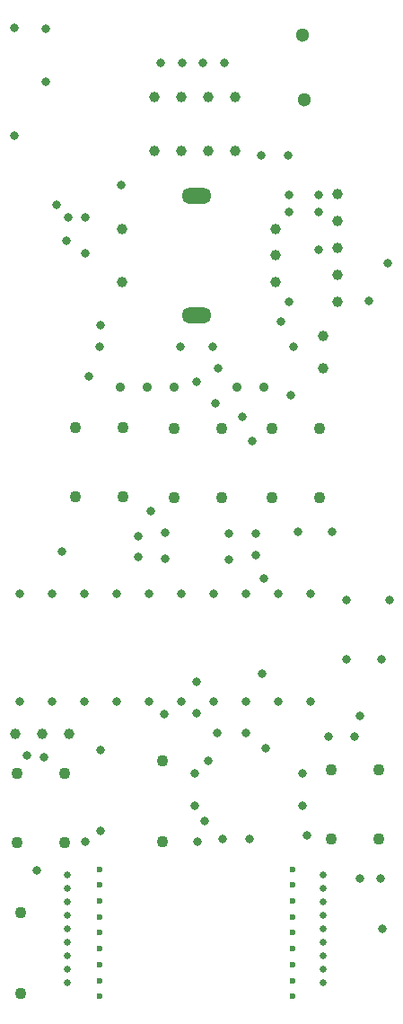
<source format=gbr>
%TF.GenerationSoftware,KiCad,Pcbnew,7.0.1*%
%TF.CreationDate,2023-11-23T23:45:04+01:00*%
%TF.ProjectId,Spotify_controller,53706f74-6966-4795-9f63-6f6e74726f6c,rev?*%
%TF.SameCoordinates,Original*%
%TF.FileFunction,Plated,1,2,PTH,Mixed*%
%TF.FilePolarity,Positive*%
%FSLAX46Y46*%
G04 Gerber Fmt 4.6, Leading zero omitted, Abs format (unit mm)*
G04 Created by KiCad (PCBNEW 7.0.1) date 2023-11-23 23:45:04*
%MOMM*%
%LPD*%
G01*
G04 APERTURE LIST*
%TA.AperFunction,ComponentDrill*%
%ADD10C,0.600000*%
%TD*%
%TA.AperFunction,ComponentDrill*%
%ADD11C,0.650000*%
%TD*%
%TA.AperFunction,ViaDrill*%
%ADD12C,0.800000*%
%TD*%
%TA.AperFunction,ComponentDrill*%
%ADD13C,0.800000*%
%TD*%
%TA.AperFunction,ComponentDrill*%
%ADD14C,0.900000*%
%TD*%
%TA.AperFunction,ComponentDrill*%
%ADD15C,1.000000*%
%TD*%
%TA.AperFunction,ComponentDrill*%
%ADD16C,1.100000*%
%TD*%
%TA.AperFunction,ComponentDrill*%
%ADD17C,1.300000*%
%TD*%
G04 aperture for slot hole*
%TA.AperFunction,ComponentDrill*%
%ADD18O,2.800000X1.500000*%
%TD*%
G04 APERTURE END LIST*
D10*
%TO.C,U1*%
X38100000Y-123158000D03*
X38100000Y-124628000D03*
X38100000Y-126128000D03*
X38100000Y-127628000D03*
X38100000Y-129128000D03*
X38100000Y-130628000D03*
X38100000Y-132128000D03*
X38100000Y-133628000D03*
X38100000Y-135128000D03*
X56300000Y-123128000D03*
X56300000Y-124628000D03*
X56300000Y-126128000D03*
X56300000Y-127628000D03*
X56300000Y-129128000D03*
X56300000Y-130628000D03*
X56300000Y-132138000D03*
X56300000Y-133628000D03*
X56300000Y-135128000D03*
D11*
%TO.C,J6*%
X35102800Y-123708000D03*
X35102800Y-124978000D03*
X35102800Y-126248000D03*
X35102800Y-127518000D03*
X35102800Y-128788000D03*
X35102800Y-130058000D03*
X35102800Y-131328000D03*
X35102800Y-132598000D03*
X35102800Y-133868000D03*
%TO.C,J7*%
X59232800Y-123698000D03*
X59232800Y-124968000D03*
X59232800Y-126238000D03*
X59232800Y-127508000D03*
X59232800Y-128778000D03*
X59232800Y-130048000D03*
X59232800Y-131318000D03*
X59232800Y-132588000D03*
X59232800Y-133858000D03*
%TD*%
D12*
X31281704Y-112451941D03*
X32156500Y-123288365D03*
X32878119Y-112551262D03*
X34016436Y-60536347D03*
X34544000Y-93218000D03*
X35018500Y-63872000D03*
X35153338Y-61661452D03*
X36748500Y-65125600D03*
X36752241Y-61705251D03*
X36753800Y-120499100D03*
X37076645Y-76701176D03*
X38167000Y-71882000D03*
X40182800Y-58623200D03*
X42926000Y-89408000D03*
X44246800Y-108534200D03*
X47244000Y-77216000D03*
X47244000Y-105511600D03*
X47252214Y-108466215D03*
X47362900Y-120514900D03*
X48040268Y-118603602D03*
X48344131Y-112911100D03*
X49047400Y-79197200D03*
X49199800Y-110286900D03*
X49276000Y-75946000D03*
X51562000Y-80518000D03*
X51917600Y-110286900D03*
X52549615Y-82804000D03*
X53410691Y-104718691D03*
X53594000Y-95707200D03*
X53746400Y-111760000D03*
X55229536Y-71485536D03*
X55958500Y-59614497D03*
X55958500Y-61214000D03*
X55958500Y-69664524D03*
X56170500Y-78486000D03*
X56812026Y-91302211D03*
X57658000Y-119913400D03*
X58757500Y-59614497D03*
X58757500Y-61214000D03*
X58757500Y-64770000D03*
X60060211Y-91302211D03*
X61441000Y-97790000D03*
X61441000Y-103378000D03*
X62687200Y-108661200D03*
X63500000Y-69596000D03*
X64740500Y-103378000D03*
X64820800Y-128778000D03*
X65278000Y-66040000D03*
X65430400Y-97790000D03*
D13*
%TO.C,R8*%
X30070000Y-43859999D03*
X30070000Y-54019999D03*
%TO.C,R16*%
X30581600Y-97180400D03*
X30581600Y-107340400D03*
%TO.C,C11*%
X33070800Y-43950000D03*
X33070800Y-48950000D03*
%TO.C,R15*%
X33629600Y-97180400D03*
X33629600Y-107340400D03*
%TO.C,R9*%
X36677600Y-97180400D03*
X36677600Y-107340400D03*
%TO.C,D3*%
X38100000Y-73914000D03*
%TO.C,SW7*%
X38227000Y-111912400D03*
X38227000Y-119532400D03*
%TO.C,R10*%
X39725600Y-97180400D03*
X39725600Y-107340400D03*
%TO.C,C1*%
X41734001Y-91739998D03*
X41734001Y-93739998D03*
%TO.C,R11*%
X42773600Y-97180400D03*
X42773600Y-107340400D03*
%TO.C,J1*%
X43869200Y-47142400D03*
%TO.C,C2*%
X44274001Y-91399999D03*
X44274001Y-93899999D03*
%TO.C,D3*%
X45720000Y-73914000D03*
%TO.C,R6*%
X45821600Y-97180400D03*
X45821600Y-107340400D03*
%TO.C,J1*%
X45869200Y-47142400D03*
%TO.C,R7*%
X47120000Y-114090000D03*
%TO.C,R5*%
X47127801Y-117152400D03*
%TO.C,J1*%
X47869200Y-47142400D03*
%TO.C,D2*%
X48768000Y-73914000D03*
%TO.C,R3*%
X48869600Y-97180400D03*
X48869600Y-107340400D03*
%TO.C,C6*%
X49718600Y-120276600D03*
%TO.C,J1*%
X49869200Y-47142400D03*
%TO.C,C3*%
X50284001Y-91480000D03*
X50284001Y-93980000D03*
%TO.C,R2*%
X51917600Y-97180400D03*
X51917600Y-107340400D03*
%TO.C,C6*%
X52218600Y-120276600D03*
%TO.C,C4*%
X52832000Y-91539999D03*
X52832000Y-93539999D03*
%TO.C,C5*%
X53360000Y-55880000D03*
%TO.C,R1*%
X54965600Y-97180400D03*
X54965600Y-107340400D03*
%TO.C,C5*%
X55860000Y-55880000D03*
%TO.C,D2*%
X56388000Y-73914000D03*
%TO.C,R7*%
X57280000Y-114090000D03*
%TO.C,R5*%
X57287801Y-117152400D03*
%TO.C,R4*%
X58013600Y-97180400D03*
X58013600Y-107340400D03*
%TO.C,C12*%
X59690000Y-110650000D03*
X62190000Y-110650000D03*
%TO.C,C10*%
X62636400Y-123977400D03*
X64636400Y-123977400D03*
D14*
%TO.C,D6*%
X40045800Y-77724000D03*
X42585800Y-77724000D03*
X45125800Y-77724000D03*
%TO.C,D1*%
X51054000Y-77712000D03*
X53594000Y-77712000D03*
D15*
%TO.C,J5*%
X30124400Y-110413800D03*
X32664400Y-110413800D03*
X35204400Y-110413800D03*
%TO.C,SW6*%
X40248000Y-62790000D03*
X40248000Y-67790000D03*
%TO.C,J1*%
X43307000Y-50317400D03*
X43307000Y-55437400D03*
X45847000Y-50317400D03*
X45847000Y-55437400D03*
X48387000Y-50317400D03*
X48387000Y-55437400D03*
X50927000Y-50317400D03*
X50927000Y-55397400D03*
%TO.C,SW6*%
X54748000Y-62790000D03*
X54748000Y-65290000D03*
X54748000Y-67790000D03*
%TO.C,TP1*%
X59182000Y-72912000D03*
%TO.C,TP2*%
X59182000Y-75946000D03*
%TO.C,J3*%
X60540000Y-59480000D03*
X60540000Y-62020000D03*
X60540000Y-64560000D03*
X60540000Y-67100000D03*
X60540000Y-69640000D03*
D16*
%TO.C,SW2*%
X30320000Y-114090000D03*
X30320000Y-120590000D03*
%TO.C,D4*%
X30657800Y-127254000D03*
X30657800Y-134874000D03*
%TO.C,SW2*%
X34820000Y-114090000D03*
X34820000Y-120590000D03*
%TO.C,SW3*%
X35850000Y-81500000D03*
X35850000Y-88000000D03*
X40350000Y-81500000D03*
X40350000Y-88000000D03*
%TO.C,D5*%
X44043600Y-112953800D03*
X44043600Y-120573800D03*
%TO.C,SW1*%
X45121000Y-81586000D03*
X45121000Y-88086000D03*
X49621000Y-81586000D03*
X49621000Y-88086000D03*
%TO.C,SW4*%
X54392000Y-81586000D03*
X54392000Y-88086000D03*
X58892000Y-81586000D03*
X58892000Y-88086000D03*
%TO.C,SW5*%
X59940000Y-113749100D03*
X59940000Y-120249100D03*
X64440000Y-113749100D03*
X64440000Y-120249100D03*
D17*
%TO.C,GND1*%
X57251600Y-44475400D03*
%TO.C,3V3*%
X57429400Y-50647600D03*
D18*
%TO.C,SW6*%
X47248000Y-59690000D03*
X47248000Y-70890000D03*
M02*

</source>
